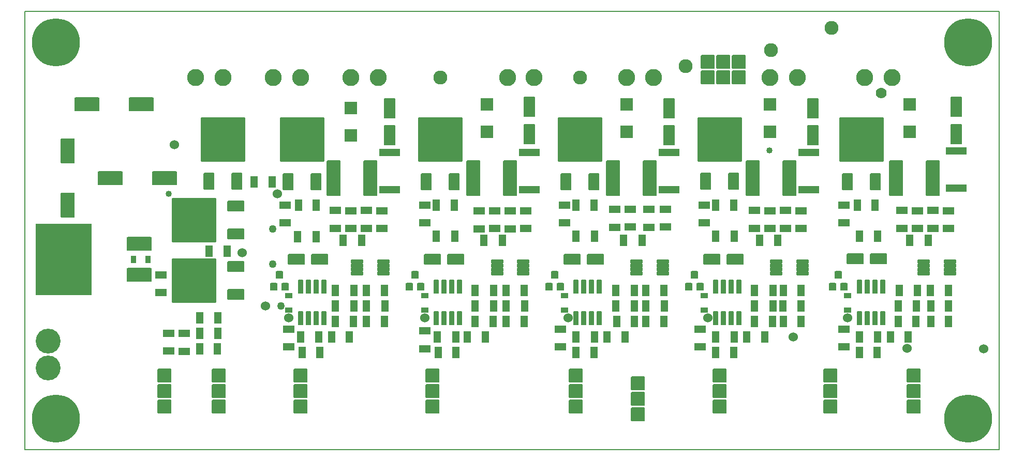
<source format=gbr>
G04 PROTEUS RS274X GERBER FILE*
%FSLAX45Y45*%
%MOMM*%
G01*
%ADD71C,1.270000*%
%ADD46C,2.286000*%
%ADD21C,1.524000*%
%ADD19C,1.016000*%
%ADD47C,1.778000*%
%AMPPAD042*
4,1,36,
-1.016000,2.921000,
1.016000,2.921000,
1.041970,2.918470,
1.065980,2.911200,
1.087580,2.899650,
1.106290,2.884290,
1.121650,2.865570,
1.133200,2.843980,
1.140470,2.819970,
1.143000,2.794000,
1.143000,-2.794000,
1.140470,-2.819970,
1.133200,-2.843980,
1.121650,-2.865570,
1.106290,-2.884290,
1.087580,-2.899650,
1.065980,-2.911200,
1.041970,-2.918470,
1.016000,-2.921000,
-1.016000,-2.921000,
-1.041970,-2.918470,
-1.065980,-2.911200,
-1.087580,-2.899650,
-1.106290,-2.884290,
-1.121650,-2.865570,
-1.133200,-2.843980,
-1.140470,-2.819970,
-1.143000,-2.794000,
-1.143000,2.794000,
-1.140470,2.819970,
-1.133200,2.843980,
-1.121650,2.865570,
-1.106290,2.884290,
-1.087580,2.899650,
-1.065980,2.911200,
-1.041970,2.918470,
-1.016000,2.921000,
0*%
%ADD48PPAD042*%
%ADD49C,4.064000*%
%ADD50C,2.794000*%
%AMPPAD045*
4,1,36,
-1.016000,1.143000,
1.016000,1.143000,
1.041970,1.140470,
1.065980,1.133200,
1.087580,1.121650,
1.106290,1.106290,
1.121650,1.087570,
1.133200,1.065980,
1.140470,1.041970,
1.143000,1.016000,
1.143000,-1.016000,
1.140470,-1.041970,
1.133200,-1.065980,
1.121650,-1.087570,
1.106290,-1.106290,
1.087580,-1.121650,
1.065980,-1.133200,
1.041970,-1.140470,
1.016000,-1.143000,
-1.016000,-1.143000,
-1.041970,-1.140470,
-1.065980,-1.133200,
-1.087580,-1.121650,
-1.106290,-1.106290,
-1.121650,-1.087570,
-1.133200,-1.065980,
-1.140470,-1.041970,
-1.143000,-1.016000,
-1.143000,1.016000,
-1.140470,1.041970,
-1.133200,1.065980,
-1.121650,1.087570,
-1.106290,1.106290,
-1.087580,1.121650,
-1.065980,1.133200,
-1.041970,1.140470,
-1.016000,1.143000,
0*%
%ADD51PPAD045*%
%AMPPAD046*
4,1,4,
-0.571500,0.901700,
0.571500,0.901700,
0.571500,-0.901700,
-0.571500,-0.901700,
-0.571500,0.901700,
0*%
%ADD52PPAD046*%
%AMPPAD047*
4,1,4,
1.054100,-1.054100,
-1.054100,-1.054100,
-1.054100,1.054100,
1.054100,1.054100,
1.054100,-1.054100,
0*%
%ADD53PPAD047*%
%AMPPAD048*
4,1,36,
0.825500,-1.651000,
-0.825500,-1.651000,
-0.851470,-1.648470,
-0.875480,-1.641200,
-0.897080,-1.629650,
-0.915790,-1.614290,
-0.931150,-1.595570,
-0.942700,-1.573980,
-0.949970,-1.549970,
-0.952500,-1.524000,
-0.952500,1.524000,
-0.949970,1.549970,
-0.942700,1.573980,
-0.931150,1.595570,
-0.915790,1.614290,
-0.897080,1.629650,
-0.875480,1.641200,
-0.851470,1.648470,
-0.825500,1.651000,
0.825500,1.651000,
0.851470,1.648470,
0.875480,1.641200,
0.897080,1.629650,
0.915790,1.614290,
0.931150,1.595570,
0.942700,1.573980,
0.949970,1.549970,
0.952500,1.524000,
0.952500,-1.524000,
0.949970,-1.549970,
0.942700,-1.573980,
0.931150,-1.595570,
0.915790,-1.614290,
0.897080,-1.629650,
0.875480,-1.641200,
0.851470,-1.648470,
0.825500,-1.651000,
0*%
%ADD54PPAD048*%
%AMPPAD049*
4,1,4,
1.701800,0.622300,
1.701800,-0.622300,
-1.701800,-0.622300,
-1.701800,0.622300,
1.701800,0.622300,
0*%
%ADD55PPAD049*%
%AMPPAD050*
4,1,36,
-3.492500,3.619500,
3.492500,3.619500,
3.518470,3.616970,
3.542480,3.609700,
3.564080,3.598150,
3.582790,3.582790,
3.598150,3.564070,
3.609700,3.542480,
3.616970,3.518470,
3.619500,3.492500,
3.619500,-3.492500,
3.616970,-3.518470,
3.609700,-3.542480,
3.598150,-3.564070,
3.582790,-3.582790,
3.564080,-3.598150,
3.542480,-3.609700,
3.518470,-3.616970,
3.492500,-3.619500,
-3.492500,-3.619500,
-3.518470,-3.616970,
-3.542480,-3.609700,
-3.564080,-3.598150,
-3.582790,-3.582790,
-3.598150,-3.564070,
-3.609700,-3.542480,
-3.616970,-3.518470,
-3.619500,-3.492500,
-3.619500,3.492500,
-3.616970,3.518470,
-3.609700,3.542480,
-3.598150,3.564070,
-3.582790,3.582790,
-3.564080,3.598150,
-3.542480,3.609700,
-3.518470,3.616970,
-3.492500,3.619500,
0*%
%ADD56PPAD050*%
%AMPPAD051*
4,1,36,
-0.762000,1.397000,
0.762000,1.397000,
0.787970,1.394470,
0.811980,1.387200,
0.833580,1.375650,
0.852290,1.360290,
0.867650,1.341570,
0.879200,1.319980,
0.886470,1.295970,
0.889000,1.270000,
0.889000,-1.270000,
0.886470,-1.295970,
0.879200,-1.319980,
0.867650,-1.341570,
0.852290,-1.360290,
0.833580,-1.375650,
0.811980,-1.387200,
0.787970,-1.394470,
0.762000,-1.397000,
-0.762000,-1.397000,
-0.787970,-1.394470,
-0.811980,-1.387200,
-0.833580,-1.375650,
-0.852290,-1.360290,
-0.867650,-1.341570,
-0.879200,-1.319980,
-0.886470,-1.295970,
-0.889000,-1.270000,
-0.889000,1.270000,
-0.886470,1.295970,
-0.879200,1.319980,
-0.867650,1.341570,
-0.852290,1.360290,
-0.833580,1.375650,
-0.811980,1.387200,
-0.787970,1.394470,
-0.762000,1.397000,
0*%
%ADD57PPAD051*%
%AMPPAD052*
4,1,36,
0.317500,-1.143000,
-0.317500,-1.143000,
-0.343470,-1.140470,
-0.367480,-1.133200,
-0.389080,-1.121650,
-0.407790,-1.106290,
-0.423150,-1.087570,
-0.434700,-1.065980,
-0.441970,-1.041970,
-0.444500,-1.016000,
-0.444500,1.016000,
-0.441970,1.041970,
-0.434700,1.065980,
-0.423150,1.087570,
-0.407790,1.106290,
-0.389080,1.121650,
-0.367480,1.133200,
-0.343470,1.140470,
-0.317500,1.143000,
0.317500,1.143000,
0.343470,1.140470,
0.367480,1.133200,
0.389080,1.121650,
0.407790,1.106290,
0.423150,1.087570,
0.434700,1.065980,
0.441970,1.041970,
0.444500,1.016000,
0.444500,-1.016000,
0.441970,-1.041970,
0.434700,-1.065980,
0.423150,-1.087570,
0.407790,-1.106290,
0.389080,-1.121650,
0.367480,-1.133200,
0.343470,-1.140470,
0.317500,-1.143000,
0*%
%ADD58PPAD052*%
%AMPPAD053*
4,1,4,
0.901700,0.571500,
0.901700,-0.571500,
-0.901700,-0.571500,
-0.901700,0.571500,
0.901700,0.571500,
0*%
%ADD59PPAD053*%
%AMPPAD054*
4,1,36,
-1.397000,-0.762000,
-1.397000,0.762000,
-1.394470,0.787970,
-1.387200,0.811980,
-1.375650,0.833580,
-1.360290,0.852290,
-1.341570,0.867650,
-1.319980,0.879200,
-1.295970,0.886470,
-1.270000,0.889000,
1.270000,0.889000,
1.295970,0.886470,
1.319980,0.879200,
1.341570,0.867650,
1.360290,0.852290,
1.375650,0.833580,
1.387200,0.811980,
1.394470,0.787970,
1.397000,0.762000,
1.397000,-0.762000,
1.394470,-0.787970,
1.387200,-0.811980,
1.375650,-0.833580,
1.360290,-0.852290,
1.341570,-0.867650,
1.319980,-0.879200,
1.295970,-0.886470,
1.270000,-0.889000,
-1.270000,-0.889000,
-1.295970,-0.886470,
-1.319980,-0.879200,
-1.341570,-0.867650,
-1.360290,-0.852290,
-1.375650,-0.833580,
-1.387200,-0.811980,
-1.394470,-0.787970,
-1.397000,-0.762000,
0*%
%ADD60PPAD054*%
%AMPPAD055*
4,1,36,
0.571500,0.317500,
0.571500,-0.317500,
0.568970,-0.343470,
0.561700,-0.367480,
0.550150,-0.389080,
0.534790,-0.407790,
0.516070,-0.423150,
0.494480,-0.434700,
0.470470,-0.441970,
0.444500,-0.444500,
-0.444500,-0.444500,
-0.470470,-0.441970,
-0.494480,-0.434700,
-0.516070,-0.423150,
-0.534790,-0.407790,
-0.550150,-0.389080,
-0.561700,-0.367480,
-0.568970,-0.343470,
-0.571500,-0.317500,
-0.571500,0.317500,
-0.568970,0.343470,
-0.561700,0.367480,
-0.550150,0.389080,
-0.534790,0.407790,
-0.516070,0.423150,
-0.494480,0.434700,
-0.470470,0.441970,
-0.444500,0.444500,
0.444500,0.444500,
0.470470,0.441970,
0.494480,0.434700,
0.516070,0.423150,
0.534790,0.407790,
0.550150,0.389080,
0.561700,0.367480,
0.568970,0.343470,
0.571500,0.317500,
0*%
%ADD61PPAD055*%
%AMPPAD056*
4,1,36,
0.444500,-0.635000,
-0.444500,-0.635000,
-0.470470,-0.632470,
-0.494480,-0.625200,
-0.516080,-0.613650,
-0.534790,-0.598290,
-0.550150,-0.579570,
-0.561700,-0.557980,
-0.568970,-0.533970,
-0.571500,-0.508000,
-0.571500,0.508000,
-0.568970,0.533970,
-0.561700,0.557980,
-0.550150,0.579570,
-0.534790,0.598290,
-0.516080,0.613650,
-0.494480,0.625200,
-0.470470,0.632470,
-0.444500,0.635000,
0.444500,0.635000,
0.470470,0.632470,
0.494480,0.625200,
0.516080,0.613650,
0.534790,0.598290,
0.550150,0.579570,
0.561700,0.557980,
0.568970,0.533970,
0.571500,0.508000,
0.571500,-0.508000,
0.568970,-0.533970,
0.561700,-0.557980,
0.550150,-0.579570,
0.534790,-0.598290,
0.516080,-0.613650,
0.494480,-0.625200,
0.470470,-0.632470,
0.444500,-0.635000,
0*%
%ADD62PPAD056*%
%AMPPAD057*
4,1,36,
-1.016000,-0.190500,
-1.016000,0.190500,
-1.013470,0.216470,
-1.006200,0.240480,
-0.994650,0.262080,
-0.979290,0.280790,
-0.960570,0.296150,
-0.938980,0.307700,
-0.914970,0.314970,
-0.889000,0.317500,
0.889000,0.317500,
0.914970,0.314970,
0.938980,0.307700,
0.960570,0.296150,
0.979290,0.280790,
0.994650,0.262080,
1.006200,0.240480,
1.013470,0.216470,
1.016000,0.190500,
1.016000,-0.190500,
1.013470,-0.216470,
1.006200,-0.240480,
0.994650,-0.262080,
0.979290,-0.280790,
0.960570,-0.296150,
0.938980,-0.307700,
0.914970,-0.314970,
0.889000,-0.317500,
-0.889000,-0.317500,
-0.914970,-0.314970,
-0.938980,-0.307700,
-0.960570,-0.296150,
-0.979290,-0.280790,
-0.994650,-0.262080,
-1.006200,-0.240480,
-1.013470,-0.216470,
-1.016000,-0.190500,
0*%
%ADD63PPAD057*%
%ADD64C,7.874000*%
%AMPPAD059*
4,1,36,
-3.619500,-3.492500,
-3.619500,3.492500,
-3.616970,3.518470,
-3.609700,3.542480,
-3.598150,3.564080,
-3.582790,3.582790,
-3.564070,3.598150,
-3.542480,3.609700,
-3.518470,3.616970,
-3.492500,3.619500,
3.492500,3.619500,
3.518470,3.616970,
3.542480,3.609700,
3.564070,3.598150,
3.582790,3.582790,
3.598150,3.564080,
3.609700,3.542480,
3.616970,3.518470,
3.619500,3.492500,
3.619500,-3.492500,
3.616970,-3.518470,
3.609700,-3.542480,
3.598150,-3.564080,
3.582790,-3.582790,
3.564070,-3.598150,
3.542480,-3.609700,
3.518470,-3.616970,
3.492500,-3.619500,
-3.492500,-3.619500,
-3.518470,-3.616970,
-3.542480,-3.609700,
-3.564070,-3.598150,
-3.582790,-3.582790,
-3.598150,-3.564080,
-3.609700,-3.542480,
-3.616970,-3.518470,
-3.619500,-3.492500,
0*%
%ADD65PPAD059*%
%AMPPAD060*
4,1,36,
2.032000,1.016000,
2.032000,-1.016000,
2.029470,-1.041970,
2.022200,-1.065980,
2.010650,-1.087580,
1.995290,-1.106290,
1.976570,-1.121650,
1.954980,-1.133200,
1.930970,-1.140470,
1.905000,-1.143000,
-1.905000,-1.143000,
-1.930970,-1.140470,
-1.954980,-1.133200,
-1.976570,-1.121650,
-1.995290,-1.106290,
-2.010650,-1.087580,
-2.022200,-1.065980,
-2.029470,-1.041970,
-2.032000,-1.016000,
-2.032000,1.016000,
-2.029470,1.041970,
-2.022200,1.065980,
-2.010650,1.087580,
-1.995290,1.106290,
-1.976570,1.121650,
-1.954980,1.133200,
-1.930970,1.140470,
-1.905000,1.143000,
1.905000,1.143000,
1.930970,1.140470,
1.954980,1.133200,
1.976570,1.121650,
1.995290,1.106290,
2.010650,1.087580,
2.022200,1.065980,
2.029470,1.041970,
2.032000,1.016000,
0*%
%ADD66PPAD060*%
%AMPPAD061*
4,1,36,
-1.016000,2.032000,
1.016000,2.032000,
1.041970,2.029470,
1.065980,2.022200,
1.087580,2.010650,
1.106290,1.995290,
1.121650,1.976570,
1.133200,1.954980,
1.140470,1.930970,
1.143000,1.905000,
1.143000,-1.905000,
1.140470,-1.930970,
1.133200,-1.954980,
1.121650,-1.976570,
1.106290,-1.995290,
1.087580,-2.010650,
1.065980,-2.022200,
1.041970,-2.029470,
1.016000,-2.032000,
-1.016000,-2.032000,
-1.041970,-2.029470,
-1.065980,-2.022200,
-1.087580,-2.010650,
-1.106290,-1.995290,
-1.121650,-1.976570,
-1.133200,-1.954980,
-1.140470,-1.930970,
-1.143000,-1.905000,
-1.143000,1.905000,
-1.140470,1.930970,
-1.133200,1.954980,
-1.121650,1.976570,
-1.106290,1.995290,
-1.087580,2.010650,
-1.065980,2.022200,
-1.041970,2.029470,
-1.016000,2.032000,
0*%
%ADD67PPAD061*%
%AMPPAD062*
4,1,36,
0.317500,-0.571500,
-0.317500,-0.571500,
-0.343470,-0.568970,
-0.367480,-0.561700,
-0.389080,-0.550150,
-0.407790,-0.534790,
-0.423150,-0.516070,
-0.434700,-0.494480,
-0.441970,-0.470470,
-0.444500,-0.444500,
-0.444500,0.444500,
-0.441970,0.470470,
-0.434700,0.494480,
-0.423150,0.516070,
-0.407790,0.534790,
-0.389080,0.550150,
-0.367480,0.561700,
-0.343470,0.568970,
-0.317500,0.571500,
0.317500,0.571500,
0.343470,0.568970,
0.367480,0.561700,
0.389080,0.550150,
0.407790,0.534790,
0.423150,0.516070,
0.434700,0.494480,
0.441970,0.470470,
0.444500,0.444500,
0.444500,-0.444500,
0.441970,-0.470470,
0.434700,-0.494480,
0.423150,-0.516070,
0.407790,-0.534790,
0.389080,-0.550150,
0.367480,-0.561700,
0.343470,-0.568970,
0.317500,-0.571500,
0*%
%ADD68PPAD062*%
%AMPPAD063*
4,1,36,
-4.572000,-5.715000,
-4.572000,5.715000,
-4.569470,5.740970,
-4.562200,5.764980,
-4.550650,5.786580,
-4.535290,5.805290,
-4.516570,5.820650,
-4.494980,5.832200,
-4.470970,5.839470,
-4.445000,5.842000,
4.445000,5.842000,
4.470970,5.839470,
4.494980,5.832200,
4.516570,5.820650,
4.535290,5.805290,
4.550650,5.786580,
4.562200,5.764980,
4.569470,5.740970,
4.572000,5.715000,
4.572000,-5.715000,
4.569470,-5.740970,
4.562200,-5.764980,
4.550650,-5.786580,
4.535290,-5.805290,
4.516570,-5.820650,
4.494980,-5.832200,
4.470970,-5.839470,
4.445000,-5.842000,
-4.445000,-5.842000,
-4.470970,-5.839470,
-4.494980,-5.832200,
-4.516570,-5.820650,
-4.535290,-5.805290,
-4.550650,-5.786580,
-4.562200,-5.764980,
-4.569470,-5.740970,
-4.572000,-5.715000,
0*%
%ADD69PPAD063*%
%ADD41C,0.203200*%
D71*
X-3379970Y-639428D03*
X-3374955Y-1215192D03*
X-3238500Y-1905000D03*
D46*
X-635000Y+1841500D03*
X+1651000Y+1841500D03*
X+3383781Y+2028052D03*
D21*
X-4989352Y+736133D03*
X-3302000Y-63500D03*
X+8255000Y-2603500D03*
X+6032500Y-2095500D03*
X+3746500Y-2095500D03*
X+1460500Y-2095500D03*
X-889000Y-2095500D03*
X-3111500Y-2095500D03*
X-3492500Y-1905000D03*
X-3873500Y-1031366D03*
D19*
X-5080000Y-63500D03*
D21*
X+5143500Y-2413000D03*
X+7003489Y-2602297D03*
D19*
X+4749800Y+647700D03*
D46*
X+5765800Y+2654300D03*
D47*
X+6578600Y+1587500D03*
D46*
X+4779148Y+2286000D03*
D48*
X-1778000Y+190500D03*
X-2378000Y+190500D03*
D49*
X-7048500Y-2476500D03*
X-7048500Y-2921000D03*
D50*
X-2095500Y+1841500D03*
X-1651000Y+1841500D03*
D51*
X-2921000Y-3556000D03*
X-2921000Y-3048000D03*
X-2921000Y-3302000D03*
D52*
X-4572000Y-2095500D03*
X-4272000Y-2095500D03*
X-3383000Y+127000D03*
X-3683000Y+127000D03*
D53*
X-2095500Y+1339000D03*
X-2095500Y+889000D03*
D54*
X-1460500Y+889000D03*
X-1460500Y+1333500D03*
D55*
X-1460500Y+610000D03*
X-1460500Y+0D03*
D56*
X-2895600Y+817880D03*
D57*
X-3124200Y+127000D03*
X-2667000Y+127000D03*
D58*
X-2921000Y-2108200D03*
X-2794000Y-2108200D03*
X-2667000Y-2108200D03*
X-2540000Y-2108200D03*
X-2540000Y-1587500D03*
X-2667000Y-1587500D03*
X-2794000Y-1587500D03*
X-2921000Y-1587500D03*
D52*
X-2667000Y-254000D03*
X-2957000Y-254000D03*
D59*
X-3175000Y-254000D03*
X-3175000Y-544000D03*
D52*
X-2967000Y-768350D03*
X-2667000Y-768350D03*
D60*
X-2984500Y-1143000D03*
X-2603500Y-1143000D03*
D61*
X-3111500Y-1968500D03*
X-3111500Y-1733550D03*
D52*
X-2921000Y-2413000D03*
X-2621000Y-2413000D03*
X-2893500Y-2667000D03*
X-2603500Y-2667000D03*
D62*
X-3268980Y-1397000D03*
X-3362960Y-1587500D03*
X-3175000Y-1587500D03*
D59*
X-3111500Y-2286000D03*
X-3111500Y-2576000D03*
X-1587500Y-635000D03*
X-1587500Y-345000D03*
X-2095500Y-635000D03*
X-2095500Y-345000D03*
X-1841500Y-335000D03*
X-1841500Y-635000D03*
D63*
X-1993900Y-1176600D03*
X-1993900Y-1241600D03*
X-1993900Y-1306600D03*
X-1993900Y-1371600D03*
X-1563900Y-1371600D03*
X-1563900Y-1306600D03*
X-1563900Y-1241600D03*
X-1563900Y-1176600D03*
D52*
X-2222500Y-825500D03*
X-1922500Y-825500D03*
X-1841500Y-2159000D03*
X-1551500Y-2159000D03*
X-1841500Y-1651000D03*
X-1551500Y-1651000D03*
X-2349500Y-2159000D03*
X-2059500Y-2159000D03*
X-2349500Y-1651000D03*
X-2049500Y-1651000D03*
X-2349500Y-1905000D03*
X-2049500Y-1905000D03*
X-1841500Y-1905000D03*
X-1541500Y-1905000D03*
D59*
X-2349500Y-335000D03*
X-2349500Y-635000D03*
D56*
X-635000Y+817880D03*
D57*
X-863600Y+127000D03*
X-406400Y+127000D03*
D48*
X+508000Y+190500D03*
X-92000Y+190500D03*
D53*
X+127000Y+1397000D03*
X+127000Y+947000D03*
D54*
X+825500Y+907000D03*
X+825500Y+1351500D03*
D55*
X+825500Y+610000D03*
X+825500Y+0D03*
D63*
X+293900Y-1178100D03*
X+293900Y-1243100D03*
X+293900Y-1308100D03*
X+293900Y-1373100D03*
X+723900Y-1373100D03*
X+723900Y-1308100D03*
X+723900Y-1243100D03*
X+723900Y-1178100D03*
D59*
X-889000Y-254000D03*
X-889000Y-544000D03*
D52*
X-408500Y-254000D03*
X-698500Y-254000D03*
X-698500Y-762000D03*
X-398500Y-762000D03*
D60*
X-762000Y-1143000D03*
X-381000Y-1143000D03*
D62*
X-1046480Y-1397000D03*
X-1140460Y-1587500D03*
X-952500Y-1587500D03*
D61*
X-889000Y-1968500D03*
X-889000Y-1733550D03*
D58*
X-698500Y-2108200D03*
X-571500Y-2108200D03*
X-444500Y-2108200D03*
X-317500Y-2108200D03*
X-317500Y-1587500D03*
X-444500Y-1587500D03*
X-571500Y-1587500D03*
X-698500Y-1587500D03*
D59*
X-889000Y-2313500D03*
X-889000Y-2603500D03*
D52*
X-671000Y-2667000D03*
X-381000Y-2667000D03*
X-681000Y-2413000D03*
X-381000Y-2413000D03*
D59*
X+0Y-345000D03*
X+0Y-645000D03*
X+508000Y-345000D03*
X+508000Y-645000D03*
X+762000Y-635000D03*
X+762000Y-345000D03*
X+254000Y-635000D03*
X+254000Y-345000D03*
D52*
X+81000Y-825500D03*
X+381000Y-825500D03*
X-63500Y-1651000D03*
X+236500Y-1651000D03*
X-63500Y-1905000D03*
X+236500Y-1905000D03*
X-63500Y-2159000D03*
X+226500Y-2159000D03*
X+444500Y-1651000D03*
X+734500Y-1651000D03*
X+444500Y-2159000D03*
X+734500Y-2159000D03*
X+444500Y-1905000D03*
X+744500Y-1905000D03*
D50*
X+901700Y+1841500D03*
D51*
X-762000Y-3556000D03*
X-762000Y-3302000D03*
X-762000Y-3048000D03*
D54*
X+3111500Y+889000D03*
X+3111500Y+1333500D03*
D53*
X+2413000Y+1397000D03*
X+2413000Y+947000D03*
D61*
X+1397000Y-1968500D03*
X+1397000Y-1733550D03*
D48*
X+2794000Y+190500D03*
X+2194000Y+190500D03*
D62*
X+1239520Y-1397000D03*
X+1145540Y-1587500D03*
X+1333500Y-1587500D03*
D56*
X+1651000Y+817880D03*
D57*
X+1422400Y+127000D03*
X+1879600Y+127000D03*
D51*
X+1587500Y-3302000D03*
X+1587500Y-3556000D03*
X+1587500Y-3048000D03*
D63*
X+2578100Y-1176600D03*
X+2578100Y-1241600D03*
X+2578100Y-1306600D03*
X+2578100Y-1371600D03*
X+3008100Y-1371600D03*
X+3008100Y-1306600D03*
X+3008100Y-1241600D03*
X+3008100Y-1176600D03*
D58*
X+1587500Y-2108200D03*
X+1714500Y-2108200D03*
X+1841500Y-2108200D03*
X+1968500Y-2108200D03*
X+1968500Y-1587500D03*
X+1841500Y-1587500D03*
X+1714500Y-1587500D03*
X+1587500Y-1587500D03*
D55*
X+3111500Y+610000D03*
X+3111500Y+0D03*
D50*
X+2857500Y+1841500D03*
D52*
X+1587500Y-762000D03*
X+1887500Y-762000D03*
D60*
X+1524000Y-1143000D03*
X+1905000Y-1143000D03*
D59*
X+1397000Y-254000D03*
X+1397000Y-544000D03*
D52*
X+1877500Y-254000D03*
X+1587500Y-254000D03*
X+1587500Y-2667000D03*
X+1877500Y-2667000D03*
D59*
X+1333500Y-2286000D03*
X+1333500Y-2576000D03*
D52*
X+1587500Y-2413000D03*
X+1887500Y-2413000D03*
D59*
X+2222500Y-317500D03*
X+2222500Y-617500D03*
X+2476500Y-607500D03*
X+2476500Y-317500D03*
X+3048000Y-607500D03*
X+3048000Y-317500D03*
X+2781300Y-317500D03*
X+2781300Y-617500D03*
D52*
X+2367000Y-825500D03*
X+2667000Y-825500D03*
X+2730500Y-2159000D03*
X+3020500Y-2159000D03*
X+2730500Y-1651000D03*
X+3020500Y-1651000D03*
X+2250000Y-2159000D03*
X+2540000Y-2159000D03*
X+2240000Y-1905000D03*
X+2540000Y-1905000D03*
X+2730500Y-1905000D03*
X+3030500Y-1905000D03*
X+2240000Y-1651000D03*
X+2540000Y-1651000D03*
D54*
X+5461000Y+889000D03*
X+5461000Y+1333500D03*
D53*
X+4762500Y+1397000D03*
X+4762500Y+947000D03*
D61*
X+3683000Y-1968500D03*
X+3683000Y-1733550D03*
D51*
X+3937000Y-3556000D03*
X+5753100Y-3556000D03*
X+3937000Y-3048000D03*
X+5753100Y-3048000D03*
D48*
X+5080000Y+190500D03*
X+4480000Y+190500D03*
D51*
X+3937000Y-3302000D03*
X+5753100Y-3302000D03*
D62*
X+3525520Y-1397000D03*
X+3431540Y-1587500D03*
X+3619500Y-1587500D03*
D56*
X+3937000Y+825500D03*
D57*
X+3708400Y+134620D03*
X+4165600Y+134620D03*
D62*
X+5875020Y-1397000D03*
X+5781040Y-1587500D03*
X+5969000Y-1587500D03*
D56*
X+6261100Y+817880D03*
D57*
X+6032500Y+127000D03*
X+6489700Y+127000D03*
D50*
X+5207000Y+1841500D03*
X+6756400Y+1841500D03*
D55*
X+5397500Y+610000D03*
X+5397500Y+0D03*
X+7810500Y+635000D03*
X+7810500Y+25000D03*
D63*
X+4864100Y-1176600D03*
X+4864100Y-1241600D03*
X+4864100Y-1306600D03*
X+4864100Y-1371600D03*
X+5294100Y-1371600D03*
X+5294100Y-1306600D03*
X+5294100Y-1241600D03*
X+5294100Y-1176600D03*
D58*
X+3873500Y-2108200D03*
X+4000500Y-2108200D03*
X+4127500Y-2108200D03*
X+4254500Y-2108200D03*
X+4254500Y-1587500D03*
X+4127500Y-1587500D03*
X+4000500Y-1587500D03*
X+3873500Y-1587500D03*
D63*
X+7277100Y-1178100D03*
X+7277100Y-1243100D03*
X+7277100Y-1308100D03*
X+7277100Y-1373100D03*
X+7707100Y-1373100D03*
X+7707100Y-1308100D03*
X+7707100Y-1243100D03*
X+7707100Y-1178100D03*
D58*
X+6223000Y-2108200D03*
X+6350000Y-2108200D03*
X+6477000Y-2108200D03*
X+6604000Y-2108200D03*
X+6604000Y-1587500D03*
X+6477000Y-1587500D03*
X+6350000Y-1587500D03*
X+6223000Y-1587500D03*
D52*
X+3873500Y-2413000D03*
X+4173500Y-2413000D03*
X+3873500Y-762000D03*
X+4173500Y-762000D03*
D60*
X+3810000Y-1143000D03*
X+4191000Y-1143000D03*
D59*
X+3619500Y-2286000D03*
X+3619500Y-2576000D03*
X+3683000Y-254000D03*
X+3683000Y-544000D03*
D52*
X+4163500Y-254000D03*
X+3873500Y-254000D03*
X+3873500Y-2667000D03*
X+4163500Y-2667000D03*
D59*
X+5270500Y-635000D03*
X+5270500Y-345000D03*
X+4762500Y-635000D03*
X+4762500Y-345000D03*
D52*
X+4508500Y-2159000D03*
X+4798500Y-2159000D03*
X+4589500Y-825500D03*
X+4889500Y-825500D03*
D59*
X+5016500Y-335000D03*
X+5016500Y-635000D03*
X+4508500Y-335000D03*
X+4508500Y-635000D03*
D52*
X+4980500Y-2159000D03*
X+5270500Y-2159000D03*
X+4980500Y-1651000D03*
X+5270500Y-1651000D03*
X+7393500Y-2159000D03*
X+7683500Y-2159000D03*
X+4508500Y-1905000D03*
X+4808500Y-1905000D03*
X+4970500Y-1905000D03*
X+5270500Y-1905000D03*
X+4508500Y-1651000D03*
X+4808500Y-1651000D03*
D54*
X+7810500Y+907000D03*
X+7810500Y+1351500D03*
D53*
X+7048500Y+1397000D03*
X+7048500Y+947000D03*
D61*
X+6032500Y-1968500D03*
X+6032500Y-1733550D03*
D48*
X+7429500Y+190500D03*
X+6829500Y+190500D03*
D52*
X+6858000Y-1905000D03*
X+7158000Y-1905000D03*
X+6223000Y-762000D03*
X+6523000Y-762000D03*
D60*
X+6159500Y-1135380D03*
X+6540500Y-1135380D03*
D59*
X+5969000Y-254000D03*
X+5969000Y-544000D03*
D52*
X+6477000Y-254000D03*
X+6187000Y-254000D03*
D59*
X+5969000Y-2286000D03*
X+5969000Y-2576000D03*
D52*
X+6223000Y-2667000D03*
X+6513000Y-2667000D03*
X+6223000Y-2413000D03*
X+6523000Y-2413000D03*
X+7048500Y-825500D03*
X+7348500Y-825500D03*
X+7383500Y-1651000D03*
X+7683500Y-1651000D03*
D59*
X+7429500Y-335000D03*
X+7429500Y-635000D03*
D52*
X+6875500Y-1651000D03*
X+7175500Y-1651000D03*
D59*
X+6921500Y-335000D03*
X+6921500Y-635000D03*
D52*
X+7393500Y-1905000D03*
X+7683500Y-1905000D03*
D59*
X+7683500Y-635000D03*
X+7683500Y-345000D03*
X+7175500Y-635000D03*
X+7175500Y-345000D03*
D52*
X+6858000Y-2159000D03*
X+7148000Y-2159000D03*
D51*
X+7112000Y-3302000D03*
X+7112000Y-3556000D03*
X+7112000Y-3048000D03*
D50*
X+6311900Y+1841500D03*
D51*
X-4254500Y-3556000D03*
D52*
X-4572000Y-2349500D03*
X-4272000Y-2349500D03*
X-4419600Y-1008380D03*
X-4119600Y-1008380D03*
D64*
X-6921500Y-3746500D03*
X-6921500Y+2413000D03*
X+8001000Y+2413000D03*
X+8001000Y-3746500D03*
D50*
X-4191000Y+1841500D03*
X-4635500Y+1841500D03*
X-2921000Y+1841500D03*
X-3365500Y+1841500D03*
D51*
X-4254500Y-3048000D03*
X-4254500Y-3302000D03*
X+3746500Y+2095500D03*
X+2603500Y-3175000D03*
X+3746500Y+1841500D03*
X+4000500Y+2095500D03*
X+2603500Y-3429000D03*
X+4000500Y+1841500D03*
X+4254500Y+2095500D03*
X+2603500Y-3683000D03*
X+4254500Y+1841500D03*
D59*
X-4826000Y-2349500D03*
X-4826000Y-2649500D03*
D52*
X-4572000Y-2603500D03*
X-4282000Y-2603500D03*
D59*
X-5080000Y-2349500D03*
X-5080000Y-2639500D03*
D51*
X-5143500Y-3048000D03*
X-5143500Y-3302000D03*
D65*
X-4665980Y-1490980D03*
D60*
X-3975100Y-1719580D03*
X-3975100Y-1262380D03*
D65*
X-4665980Y-500380D03*
D60*
X-3975100Y-728980D03*
X-3975100Y-271780D03*
D56*
X-4191000Y+825500D03*
D57*
X-4419600Y+134620D03*
X-3962400Y+134620D03*
D52*
X-2413000Y-2413000D03*
X-2123000Y-2413000D03*
X-190500Y-2413000D03*
X+99500Y-2413000D03*
X+2095500Y-2413000D03*
X+2385500Y-2413000D03*
X+4381500Y-2413000D03*
X+4671500Y-2413000D03*
X+6731000Y-2413000D03*
X+7021000Y-2413000D03*
D51*
X-5143500Y-3556000D03*
D66*
X-6413500Y+1397000D03*
X-5524500Y+1397000D03*
D67*
X-6731000Y-254000D03*
X-6731000Y+635000D03*
D66*
X-6032500Y+190500D03*
X-5143500Y+190500D03*
D68*
X-5651500Y-1143000D03*
X-5416550Y-1143000D03*
D69*
X-6794500Y-1143000D03*
D66*
X-5562600Y-1397000D03*
X-5562600Y-889000D03*
D59*
X-5207000Y-1687000D03*
X-5207000Y-1397000D03*
D50*
X+469900Y+1841500D03*
X+2413000Y+1841500D03*
X+4762500Y+1841500D03*
D41*
X-7429500Y-4254500D02*
X+8509000Y-4254500D01*
X+8509000Y+2921000D01*
X-7429500Y+2921000D01*
X-7429500Y-4254500D01*
M02*

</source>
